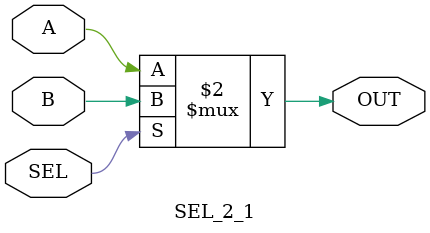
<source format=v>
/*	2-1 SELECTOR
	When SEL = 0 OUT = A
	When SEL = 1 OUT = B 	*/
module	SEL_2_1	( A, B, SEL, OUT );
input	A, B, SEL;						//Set 3 input
output	OUT;							//Set output

	assign	OUT = ( SEL == 0 )? A : B;	// if( SEL == 0) then OUT = A else OUT = B

endmodule

</source>
